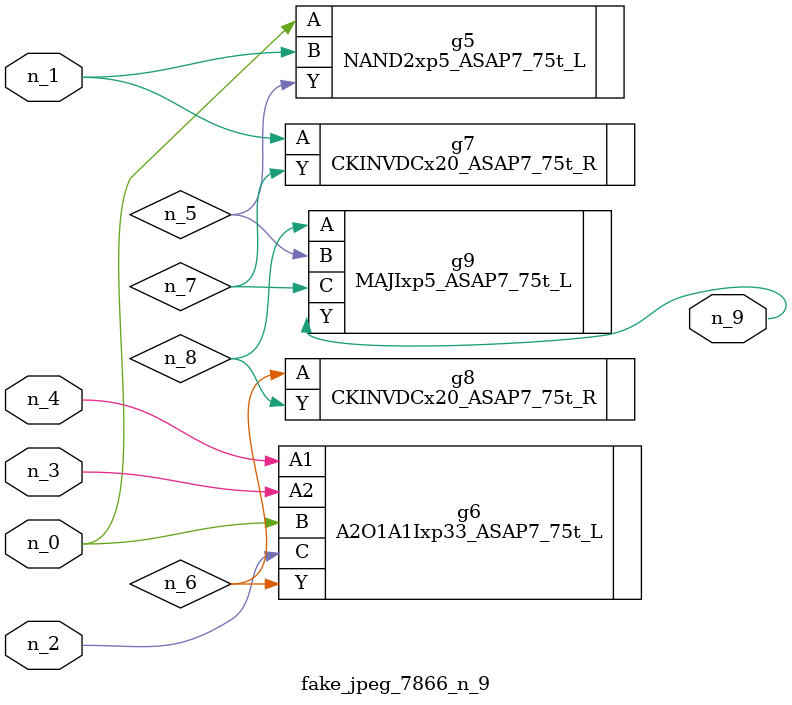
<source format=v>
module fake_jpeg_7866_n_9 (n_3, n_2, n_1, n_0, n_4, n_9);

input n_3;
input n_2;
input n_1;
input n_0;
input n_4;

output n_9;

wire n_8;
wire n_6;
wire n_5;
wire n_7;

NAND2xp5_ASAP7_75t_L g5 ( 
.A(n_0),
.B(n_1),
.Y(n_5)
);

A2O1A1Ixp33_ASAP7_75t_L g6 ( 
.A1(n_4),
.A2(n_3),
.B(n_0),
.C(n_2),
.Y(n_6)
);

CKINVDCx20_ASAP7_75t_R g7 ( 
.A(n_1),
.Y(n_7)
);

CKINVDCx20_ASAP7_75t_R g8 ( 
.A(n_6),
.Y(n_8)
);

MAJIxp5_ASAP7_75t_L g9 ( 
.A(n_8),
.B(n_5),
.C(n_7),
.Y(n_9)
);


endmodule
</source>
